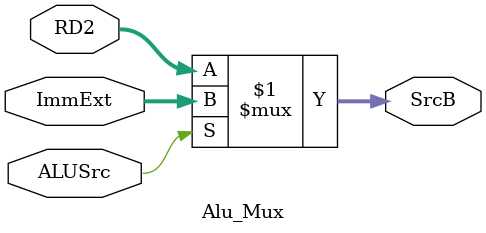
<source format=sv>
`timescale 1ns / 1ps

module Alu_Mux (
    input logic [31:0] RD2,
    input logic [31:0] ImmExt,
    input logic ALUSrc,
    output logic [31:0] SrcB
);

    assign SrcB = (ALUSrc) ? ImmExt : RD2;


endmodule
</source>
